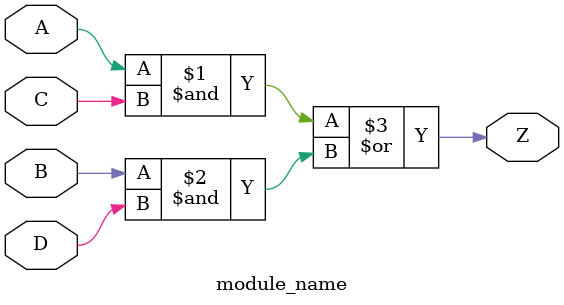
<source format=v>
module module_name
(
input A,
input C,
input B,
input D,
output Z
);

assign Z = A&C | B&D;

endmodule

</source>
